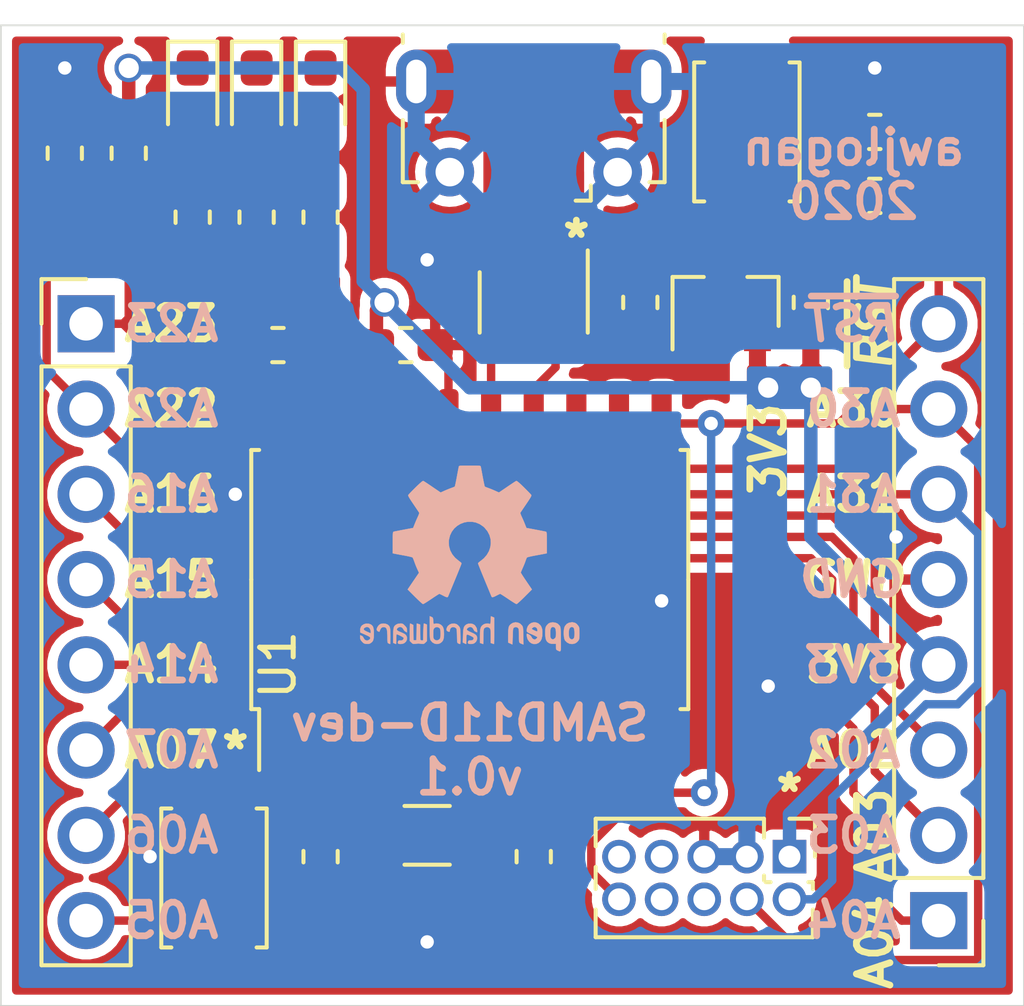
<source format=kicad_pcb>
(kicad_pcb (version 20171130) (host pcbnew 5.1.5-52549c5~84~ubuntu18.04.1)
  (layers (0 F.Cu signal) (31 B.Cu signal) (34 B.Paste user) (35 F.Paste user) (36 B.SilkS user) (37 F.SilkS user) (38 B.Mask user) (39 F.Mask user) (44 Edge.Cuts user))
  (net 0 "")
  (net 1 "Net-(C1-Pad1)")
  (net 2 GND)
  (net 3 "Net-(C2-Pad1)")
  (net 4 VBUS)
  (net 5 +3V3)
  (net 6 /PA03)
  (net 7 /PA04)
  (net 8 /PA02)
  (net 9 /PA31)
  (net 10 /PA30)
  (net 11 /~RST)
  (net 12 /USB_D-)
  (net 13 /USB_D+)
  (net 14 /PA05)
  (net 15 /PA06)
  (net 16 /PA07)
  (net 17 /PA14)
  (net 18 /PA15)
  (net 19 /PA16)
  (net 20 /PA22)
  (net 21 /PA23)
  (net 22 "Net-(D1-Pad2)")
  (net 23 "Net-(D2-Pad2)")
  (net 24 "Net-(D3-Pad2)")
  (net 25 /USB_ESD_D-)
  (net 26 /USB_ESD_D+)
  (net 27 "Net-(R6-Pad1)")
  (module Symbol:OSHW-Logo2_7.3x6mm_SilkScreen (layer B.Cu) (at 140.97 116.205 180)
    (fp_text reference REF** hide)
    (fp_text value OSHW-Logo2_7.3x6mm_SilkScreen hide)
  )
  (module Connector_USB:USB_Micro-B_Molex-105017-0001 (layer F.Cu) (at 142.875 103.24 180)
    (fp_text reference J2 hide)
    (fp_text value USB_B_Micro)
    (pad 6 smd rect (at -2.9 1.2375 180) (size 1.2 1.9) (layers F.Cu F.Mask) (net 2 GND))
    (pad 6 smd rect (at 2.9 1.2375 180) (size 1.2 1.9) (layers F.Cu F.Mask) (net 2 GND))
    (pad 6 thru_hole oval (at 3.5 1.2375 180) (size 1.2 1.9) (drill oval 0.6 1.3) (layers *.Cu *.Mask) (net 2 GND))
    (pad 6 thru_hole oval (at -3.5 1.2375) (size 1.2 1.9) (drill oval 0.6 1.3) (layers *.Cu *.Mask) (net 2 GND))
    (pad 6 smd rect (at -1 1.2375 180) (size 1.5 1.9) (layers F.Cu F.Paste F.Mask) (net 2 GND))
    (pad 6 thru_hole circle (at 2.5 -1.4625 180) (size 1.45 1.45) (drill 0.85) (layers *.Cu *.Mask) (net 2 GND))
    (pad 3 smd rect (at 0 -1.4625 180) (size 0.4 1.35) (layers F.Cu F.Paste F.Mask) (net 13 /USB_D+))
    (pad 4 smd rect (at 0.65 -1.4625 180) (size 0.4 1.35) (layers F.Cu F.Paste F.Mask))
    (pad 5 smd rect (at 1.3 -1.4625 180) (size 0.4 1.35) (layers F.Cu F.Paste F.Mask) (net 2 GND))
    (pad 1 smd rect (at -1.3 -1.4625 180) (size 0.4 1.35) (layers F.Cu F.Paste F.Mask) (net 4 VBUS))
    (pad 2 smd rect (at -0.65 -1.4625 180) (size 0.4 1.35) (layers F.Cu F.Paste F.Mask) (net 12 /USB_D-))
    (pad 6 thru_hole circle (at -2.5 -1.4625 180) (size 1.45 1.45) (drill 0.85) (layers *.Cu *.Mask) (net 2 GND))
    (pad 6 smd rect (at 1 1.2375 180) (size 1.5 1.9) (layers F.Cu F.Paste F.Mask) (net 2 GND))
  )
  (module Package_TO_SOT_SMD:SOT-23-6 (layer F.Cu) (at 142.875 108.585 270)
    (fp_text reference U4 hide)
    (fp_text value USBLC6-2SC6)
    (pad 5 smd rect (at 1.1 0 270) (size 1.06 0.65) (layers F.Cu F.Paste F.Mask) (net 4 VBUS))
    (pad 6 smd rect (at 1.1 -0.95 270) (size 1.06 0.65) (layers F.Cu F.Paste F.Mask) (net 25 /USB_ESD_D-))
    (pad 4 smd rect (at 1.1 0.95 270) (size 1.06 0.65) (layers F.Cu F.Paste F.Mask) (net 26 /USB_ESD_D+))
    (pad 3 smd rect (at -1.1 0.95 270) (size 1.06 0.65) (layers F.Cu F.Paste F.Mask) (net 13 /USB_D+))
    (pad 2 smd rect (at -1.1 0 270) (size 1.06 0.65) (layers F.Cu F.Paste F.Mask) (net 2 GND))
    (pad 1 smd rect (at -1.1 -0.95 270) (size 1.06 0.65) (layers F.Cu F.Paste F.Mask) (net 12 /USB_D-))
  )
  (module Package_SO:SOIC-20W_7.5x12.8mm_P1.27mm (layer F.Cu) (at 140.97 116.84 90)
    (fp_text reference U1 (at -2.54 -5.715 90) (layer F.SilkS))
    (fp_text value ATSAMD11D14A-SS)
    (pad 1 smd roundrect (at -4.65 -5.715 90) (size 2.05 0.6) (layers F.Cu F.Paste F.Mask) (net 14 /PA05))
    (pad 2 smd roundrect (at -4.65 -4.445 90) (size 2.05 0.6) (layers F.Cu F.Paste F.Mask) (net 15 /PA06))
    (pad 3 smd roundrect (at -4.65 -3.175 90) (size 2.05 0.6) (layers F.Cu F.Paste F.Mask) (net 16 /PA07))
    (pad 4 smd roundrect (at -4.65 -1.905 90) (size 2.05 0.6) (layers F.Cu F.Paste F.Mask) (net 1 "Net-(C1-Pad1)"))
    (pad 5 smd roundrect (at -4.65 -0.635 90) (size 2.05 0.6) (layers F.Cu F.Paste F.Mask) (net 3 "Net-(C2-Pad1)"))
    (pad 6 smd roundrect (at -4.65 0.635 90) (size 2.05 0.6) (layers F.Cu F.Paste F.Mask) (net 17 /PA14))
    (pad 7 smd roundrect (at -4.65 1.905 90) (size 2.05 0.6) (layers F.Cu F.Paste F.Mask) (net 18 /PA15))
    (pad 8 smd roundrect (at -4.65 3.175 90) (size 2.05 0.6) (layers F.Cu F.Paste F.Mask) (net 19 /PA16))
    (pad 9 smd roundrect (at -4.65 4.445 90) (size 2.05 0.6) (layers F.Cu F.Paste F.Mask) (net 20 /PA22))
    (pad 10 smd roundrect (at -4.65 5.715 90) (size 2.05 0.6) (layers F.Cu F.Paste F.Mask) (net 21 /PA23))
    (pad 11 smd roundrect (at 4.65 5.715 90) (size 2.05 0.6) (layers F.Cu F.Paste F.Mask) (net 11 /~RST))
    (pad 12 smd roundrect (at 4.65 4.445 90) (size 2.05 0.6) (layers F.Cu F.Paste F.Mask) (net 10 /PA30))
    (pad 13 smd roundrect (at 4.65 3.175 90) (size 2.05 0.6) (layers F.Cu F.Paste F.Mask) (net 9 /PA31))
    (pad 14 smd roundrect (at 4.65 1.905 90) (size 2.05 0.6) (layers F.Cu F.Paste F.Mask) (net 25 /USB_ESD_D-))
    (pad 15 smd roundrect (at 4.65 0.635 90) (size 2.05 0.6) (layers F.Cu F.Paste F.Mask) (net 26 /USB_ESD_D+))
    (pad 16 smd roundrect (at 4.65 -0.635 90) (size 2.05 0.6) (layers F.Cu F.Paste F.Mask) (net 2 GND))
    (pad 17 smd roundrect (at 4.65 -1.905 90) (size 2.05 0.6) (layers F.Cu F.Paste F.Mask) (net 5 +3V3))
    (pad 18 smd roundrect (at 4.65 -3.175 90) (size 2.05 0.6) (layers F.Cu F.Paste F.Mask) (net 8 /PA02))
    (pad 19 smd roundrect (at 4.65 -4.445 90) (size 2.05 0.6) (layers F.Cu F.Paste F.Mask) (net 6 /PA03))
    (pad 20 smd roundrect (at 4.65 -5.715 90) (size 2.05 0.6) (layers F.Cu F.Paste F.Mask) (net 7 /PA04))
  )
  (module Crystal:Crystal_SMD_3215-2Pin_3.2x1.5mm (layer F.Cu) (at 139.7 124.46 180)
    (fp_text reference Y1 hide)
    (fp_text value "32.768 kHz")
    (pad 2 smd rect (at -1.25 0 180) (size 1 1.8) (layers F.Cu F.Paste F.Mask) (net 3 "Net-(C2-Pad1)"))
    (pad 1 smd rect (at 1.25 0 180) (size 1 1.8) (layers F.Cu F.Paste F.Mask) (net 1 "Net-(C1-Pad1)"))
  )
  (module Capacitor_SMD:C_0603_1608Metric_Pad1.05x0.95mm_HandSolder (layer F.Cu) (at 136.525 125.095 270)
    (fp_text reference C1 hide)
    (fp_text value 15p)
    (pad 1 smd roundrect (at -0.875 0 270) (size 1.05 0.95) (layers F.Cu F.Paste F.Mask) (net 1 "Net-(C1-Pad1)"))
    (pad 2 smd roundrect (at 0.875 0 270) (size 1.05 0.95) (layers F.Cu F.Paste F.Mask) (net 2 GND))
  )
  (module Capacitor_SMD:C_0603_1608Metric_Pad1.05x0.95mm_HandSolder (layer F.Cu) (at 142.875 125.095 270)
    (fp_text reference C2 hide)
    (fp_text value 15p)
    (pad 2 smd roundrect (at 0.875 0 270) (size 1.05 0.95) (layers F.Cu F.Paste F.Mask) (net 2 GND))
    (pad 1 smd roundrect (at -0.875 0 270) (size 1.05 0.95) (layers F.Cu F.Paste F.Mask) (net 3 "Net-(C2-Pad1)"))
  )
  (module Capacitor_SMD:C_0603_1608Metric_Pad1.05x0.95mm_HandSolder (layer F.Cu) (at 146.05 108.585 90)
    (fp_text reference C3 hide)
    (fp_text value 4u7)
    (pad 1 smd roundrect (at -0.875 0 90) (size 1.05 0.95) (layers F.Cu F.Paste F.Mask) (net 2 GND))
    (pad 2 smd roundrect (at 0.875 0 90) (size 1.05 0.95) (layers F.Cu F.Paste F.Mask) (net 4 VBUS))
  )
  (module Capacitor_SMD:C_0603_1608Metric_Pad1.05x0.95mm_HandSolder (layer F.Cu) (at 151.13 108.585 270)
    (fp_text reference C4 hide)
    (fp_text value 4u7)
    (pad 2 smd roundrect (at 0.875 0 270) (size 1.05 0.95) (layers F.Cu F.Paste F.Mask) (net 5 +3V3))
    (pad 1 smd roundrect (at -0.875 0 270) (size 1.05 0.95) (layers F.Cu F.Paste F.Mask) (net 2 GND))
  )
  (module Capacitor_SMD:C_0603_1608Metric_Pad1.05x0.95mm_HandSolder (layer F.Cu) (at 139.065 109.855 180)
    (fp_text reference C5 hide)
    (fp_text value 100n)
    (pad 1 smd roundrect (at -0.875 0 180) (size 1.05 0.95) (layers F.Cu F.Paste F.Mask) (net 2 GND))
    (pad 2 smd roundrect (at 0.875 0 180) (size 1.05 0.95) (layers F.Cu F.Paste F.Mask) (net 5 +3V3))
  )
  (module Capacitor_SMD:C_0603_1608Metric_Pad1.05x0.95mm_HandSolder (layer F.Cu) (at 135.255 109.855)
    (fp_text reference C6 hide)
    (fp_text value 100n)
    (pad 2 smd roundrect (at 0.875 0) (size 1.05 0.95) (layers F.Cu F.Paste F.Mask) (net 6 /PA03))
    (pad 1 smd roundrect (at -0.875 0) (size 1.05 0.95) (layers F.Cu F.Paste F.Mask) (net 2 GND))
  )
  (module LED_SMD:LED_0603_1608Metric_Pad1.05x0.95mm_HandSolder (layer F.Cu) (at 132.715 102.475 270)
    (fp_text reference D1 hide)
    (fp_text value LED)
    (pad 1 smd roundrect (at -0.875 0 270) (size 1.05 0.95) (layers F.Cu F.Paste F.Mask) (net 2 GND))
    (pad 2 smd roundrect (at 0.875 0 270) (size 1.05 0.95) (layers F.Cu F.Paste F.Mask) (net 22 "Net-(D1-Pad2)"))
  )
  (module LED_SMD:LED_0603_1608Metric_Pad1.05x0.95mm_HandSolder (layer F.Cu) (at 134.62 102.475 270)
    (fp_text reference D2 hide)
    (fp_text value LED)
    (pad 2 smd roundrect (at 0.875 0 270) (size 1.05 0.95) (layers F.Cu F.Paste F.Mask) (net 23 "Net-(D2-Pad2)"))
    (pad 1 smd roundrect (at -0.875 0 270) (size 1.05 0.95) (layers F.Cu F.Paste F.Mask) (net 2 GND))
  )
  (module LED_SMD:LED_0603_1608Metric_Pad1.05x0.95mm_HandSolder (layer F.Cu) (at 136.525 102.475 270)
    (fp_text reference D3 hide)
    (fp_text value LED)
    (pad 1 smd roundrect (at -0.875 0 270) (size 1.05 0.95) (layers F.Cu F.Paste F.Mask) (net 2 GND))
    (pad 2 smd roundrect (at 0.875 0 270) (size 1.05 0.95) (layers F.Cu F.Paste F.Mask) (net 24 "Net-(D3-Pad2)"))
  )
  (module Connector_PinHeader_1.27mm:PinHeader_2x05_P1.27mm_Vertical (layer F.Cu) (at 150.495 125.095 270)
    (fp_text reference J1 hide)
    (fp_text value Conn_02x05_Odd_Even)
    (pad 1 thru_hole rect (at 0 0 270) (size 1 1) (drill 0.65) (layers *.Cu *.Mask) (net 5 +3V3))
    (pad 2 thru_hole oval (at 1.27 0 270) (size 1 1) (drill 0.65) (layers *.Cu *.Mask) (net 9 /PA31))
    (pad 3 thru_hole oval (at 0 1.27 270) (size 1 1) (drill 0.65) (layers *.Cu *.Mask) (net 2 GND))
    (pad 4 thru_hole oval (at 1.27 1.27 270) (size 1 1) (drill 0.65) (layers *.Cu *.Mask) (net 10 /PA30))
    (pad 5 thru_hole oval (at 0 2.54 270) (size 1 1) (drill 0.65) (layers *.Cu *.Mask) (net 2 GND))
    (pad 6 thru_hole oval (at 1.27 2.54 270) (size 1 1) (drill 0.65) (layers *.Cu *.Mask))
    (pad 7 thru_hole oval (at 0 3.81 270) (size 1 1) (drill 0.65) (layers *.Cu *.Mask))
    (pad 8 thru_hole oval (at 1.27 3.81 270) (size 1 1) (drill 0.65) (layers *.Cu *.Mask))
    (pad 9 thru_hole oval (at 0 5.08 270) (size 1 1) (drill 0.65) (layers *.Cu *.Mask))
    (pad 10 thru_hole oval (at 1.27 5.08 270) (size 1 1) (drill 0.65) (layers *.Cu *.Mask) (net 11 /~RST))
  )
  (module Connector_PinHeader_2.54mm:PinHeader_1x08_P2.54mm_Vertical (layer F.Cu) (at 129.54 109.22)
    (fp_text reference J3 hide)
    (fp_text value Conn_01x08)
    (pad 8 thru_hole oval (at 0 17.78) (size 1.7 1.7) (drill 1) (layers *.Cu *.Mask) (net 14 /PA05))
    (pad 7 thru_hole oval (at 0 15.24) (size 1.7 1.7) (drill 1) (layers *.Cu *.Mask) (net 15 /PA06))
    (pad 6 thru_hole oval (at 0 12.7) (size 1.7 1.7) (drill 1) (layers *.Cu *.Mask) (net 16 /PA07))
    (pad 5 thru_hole oval (at 0 10.16) (size 1.7 1.7) (drill 1) (layers *.Cu *.Mask) (net 17 /PA14))
    (pad 4 thru_hole oval (at 0 7.62) (size 1.7 1.7) (drill 1) (layers *.Cu *.Mask) (net 18 /PA15))
    (pad 3 thru_hole oval (at 0 5.08) (size 1.7 1.7) (drill 1) (layers *.Cu *.Mask) (net 19 /PA16))
    (pad 2 thru_hole oval (at 0 2.54) (size 1.7 1.7) (drill 1) (layers *.Cu *.Mask) (net 20 /PA22))
    (pad 1 thru_hole rect (at 0 0) (size 1.7 1.7) (drill 1) (layers *.Cu *.Mask) (net 21 /PA23))
  )
  (module Connector_PinHeader_2.54mm:PinHeader_1x08_P2.54mm_Vertical (layer F.Cu) (at 154.94 127 180)
    (fp_text reference J4 hide)
    (fp_text value Conn_01x08)
    (pad 1 thru_hole rect (at 0 0 180) (size 1.7 1.7) (drill 1) (layers *.Cu *.Mask) (net 7 /PA04))
    (pad 2 thru_hole oval (at 0 2.54 180) (size 1.7 1.7) (drill 1) (layers *.Cu *.Mask) (net 6 /PA03))
    (pad 3 thru_hole oval (at 0 5.08 180) (size 1.7 1.7) (drill 1) (layers *.Cu *.Mask) (net 8 /PA02))
    (pad 4 thru_hole oval (at 0 7.62 180) (size 1.7 1.7) (drill 1) (layers *.Cu *.Mask) (net 5 +3V3))
    (pad 5 thru_hole oval (at 0 10.16 180) (size 1.7 1.7) (drill 1) (layers *.Cu *.Mask) (net 2 GND))
    (pad 6 thru_hole oval (at 0 12.7 180) (size 1.7 1.7) (drill 1) (layers *.Cu *.Mask) (net 9 /PA31))
    (pad 7 thru_hole oval (at 0 15.24 180) (size 1.7 1.7) (drill 1) (layers *.Cu *.Mask) (net 10 /PA30))
    (pad 8 thru_hole oval (at 0 17.78 180) (size 1.7 1.7) (drill 1) (layers *.Cu *.Mask) (net 11 /~RST))
  )
  (module Resistor_SMD:R_0603_1608Metric_Pad1.05x0.95mm_HandSolder (layer F.Cu) (at 128.905 104.14 90)
    (fp_text reference R1 hide)
    (fp_text value 4K7)
    (pad 1 smd roundrect (at -0.875 0 90) (size 1.05 0.95) (layers F.Cu F.Paste F.Mask) (net 20 /PA22))
    (pad 2 smd roundrect (at 0.875 0 90) (size 1.05 0.95) (layers F.Cu F.Paste F.Mask) (net 5 +3V3))
  )
  (module Resistor_SMD:R_0603_1608Metric_Pad1.05x0.95mm_HandSolder (layer F.Cu) (at 130.81 104.14 90)
    (fp_text reference R2 hide)
    (fp_text value 4K7)
    (pad 2 smd roundrect (at 0.875 0 90) (size 1.05 0.95) (layers F.Cu F.Paste F.Mask) (net 5 +3V3))
    (pad 1 smd roundrect (at -0.875 0 90) (size 1.05 0.95) (layers F.Cu F.Paste F.Mask) (net 21 /PA23))
  )
  (module Resistor_SMD:R_0603_1608Metric_Pad1.05x0.95mm_HandSolder (layer F.Cu) (at 132.715 106.045 90)
    (fp_text reference R3 hide)
    (fp_text value 180R)
    (pad 1 smd roundrect (at -0.875 0 90) (size 1.05 0.95) (layers F.Cu F.Paste F.Mask) (net 7 /PA04))
    (pad 2 smd roundrect (at 0.875 0 90) (size 1.05 0.95) (layers F.Cu F.Paste F.Mask) (net 22 "Net-(D1-Pad2)"))
  )
  (module Resistor_SMD:R_0603_1608Metric_Pad1.05x0.95mm_HandSolder (layer F.Cu) (at 134.62 106.045 90)
    (fp_text reference R4 hide)
    (fp_text value 180R)
    (pad 2 smd roundrect (at 0.875 0 90) (size 1.05 0.95) (layers F.Cu F.Paste F.Mask) (net 23 "Net-(D2-Pad2)"))
    (pad 1 smd roundrect (at -0.875 0 90) (size 1.05 0.95) (layers F.Cu F.Paste F.Mask) (net 6 /PA03))
  )
  (module Resistor_SMD:R_0603_1608Metric_Pad1.05x0.95mm_HandSolder (layer F.Cu) (at 136.525 106.045 90)
    (fp_text reference R5 hide)
    (fp_text value 180R)
    (pad 1 smd roundrect (at -0.875 0 90) (size 1.05 0.95) (layers F.Cu F.Paste F.Mask) (net 8 /PA02))
    (pad 2 smd roundrect (at 0.875 0 90) (size 1.05 0.95) (layers F.Cu F.Paste F.Mask) (net 24 "Net-(D3-Pad2)"))
  )
  (module Button_Switch_SMD:SW_Push_SPST_NO_Alps_SKRK (layer F.Cu) (at 149.225 103.505 90)
    (fp_text reference SW1 hide)
    (fp_text value SW_Push)
    (pad 2 smd roundrect (at 2.1 0 90) (size 0.8 2) (layers F.Cu F.Paste F.Mask) (net 2 GND))
    (pad 1 smd roundrect (at -2.1 0 90) (size 0.8 2) (layers F.Cu F.Paste F.Mask) (net 27 "Net-(R6-Pad1)"))
  )
  (module Button_Switch_SMD:SW_Push_SPST_NO_Alps_SKRK (layer F.Cu) (at 133.35 125.73 270)
    (fp_text reference SW2 hide)
    (fp_text value SW_Push)
    (pad 1 smd roundrect (at -2.1 0 270) (size 0.8 2) (layers F.Cu F.Paste F.Mask) (net 14 /PA05))
    (pad 2 smd roundrect (at 2.1 0 270) (size 0.8 2) (layers F.Cu F.Paste F.Mask) (net 2 GND))
  )
  (module Package_TO_SOT_SMD:SOT-23 (layer F.Cu) (at 148.59 108.585 90)
    (fp_text reference U3 hide)
    (fp_text value MCP1700-3302E_SOT23)
    (pad 1 smd rect (at -1 -0.95 90) (size 0.9 0.8) (layers F.Cu F.Paste F.Mask) (net 2 GND))
    (pad 2 smd rect (at -1 0.95 90) (size 0.9 0.8) (layers F.Cu F.Paste F.Mask) (net 5 +3V3))
    (pad 3 smd rect (at 1 0 90) (size 0.9 0.8) (layers F.Cu F.Paste F.Mask) (net 4 VBUS))
  )
  (module Capacitor_SMD:C_0603_1608Metric_Pad1.05x0.95mm_HandSolder (layer F.Cu) (at 153.035 103.505)
    (fp_text reference C7 hide)
    (fp_text value 100n)
    (pad 1 smd roundrect (at -0.875 0) (size 1.05 0.95) (layers F.Cu F.Paste F.Mask) (net 2 GND))
    (pad 2 smd roundrect (at 0.875 0) (size 1.05 0.95) (layers F.Cu F.Paste F.Mask) (net 11 /~RST))
  )
  (module Resistor_SMD:R_0603_1608Metric_Pad1.05x0.95mm_HandSolder (layer F.Cu) (at 153.035 105.41)
    (fp_text reference R6 hide)
    (fp_text value 330R)
    (pad 1 smd roundrect (at -0.875 0) (size 1.05 0.95) (layers F.Cu F.Paste F.Mask) (net 27 "Net-(R6-Pad1)"))
    (pad 2 smd roundrect (at 0.875 0) (size 1.05 0.95) (layers F.Cu F.Paste F.Mask) (net 11 /~RST))
  )
  (gr_text "SAMD11D-dev\nv0.1" (at 140.97 121.92) (layer B.SilkS) (effects (font (size 1 1) (thickness 0.2)) (justify mirror)))
  (gr_text * (at 144.145 106.68) (layer F.SilkS) (effects (font (size 1 1) (thickness 0.2))))
  (gr_text * (at 150.495 123.19) (layer F.SilkS) (effects (font (size 1 1) (thickness 0.2))))
  (gr_text * (at 133.985 121.92) (layer F.SilkS) (effects (font (size 1 1) (thickness 0.2))))
  (gr_text A04 (at 153.035 127.635 90) (layer F.SilkS) (effects (font (size 1 1) (thickness 0.2))))
  (gr_text A03 (at 153.035 124.46 90) (layer F.SilkS) (effects (font (size 1 1) (thickness 0.2))))
  (gr_text "awjlogan\n2020" (at 152.4 104.775) (layer B.SilkS) (effects (font (size 1 1) (thickness 0.2)) (justify mirror)))
  (gr_text ~RST (at 153.035 109.22 90) (layer F.SilkS) (effects (font (size 1 1) (thickness 0.2) italic)))
  (gr_text A30 (at 152.4 111.76) (layer F.SilkS) (effects (font (size 1 1) (thickness 0.2))))
  (gr_text A31 (at 152.4 114.3) (layer F.SilkS) (effects (font (size 1 1) (thickness 0.2))))
  (gr_text GND (at 152.4 116.84) (layer F.SilkS) (effects (font (size 1 1) (thickness 0.2) italic)))
  (gr_text 3V3 (at 152.4 119.38) (layer F.SilkS) (effects (font (size 1 1) (thickness 0.2) italic)))
  (gr_text A02 (at 152.4 121.92) (layer F.SilkS) (effects (font (size 1 1) (thickness 0.2))))
  (gr_text A23 (at 132.08 109.22) (layer F.SilkS) (effects (font (size 1 1) (thickness 0.2))))
  (gr_text A22 (at 132.08 111.76) (layer F.SilkS) (effects (font (size 1 1) (thickness 0.2))))
  (gr_text A16 (at 132.08 114.3) (layer F.SilkS) (effects (font (size 1 1) (thickness 0.2))))
  (gr_text A15 (at 132.08 116.84) (layer F.SilkS) (effects (font (size 1 1) (thickness 0.2))))
  (gr_text A14 (at 132.08 119.38) (layer F.SilkS) (effects (font (size 1 1) (thickness 0.2))))
  (gr_text A07 (at 132.08 121.92) (layer F.SilkS) (effects (font (size 1 1) (thickness 0.2))))
  (gr_text 3V3 (at 149.86 113.03 90) (layer F.SilkS) (effects (font (size 1 1) (thickness 0.2) italic)))
  (gr_text A23 (at 132.08 109.22) (layer B.SilkS) (effects (font (size 1 1) (thickness 0.2)) (justify mirror)))
  (gr_text A22 (at 132.08 111.76) (layer B.SilkS) (effects (font (size 1 1) (thickness 0.2)) (justify mirror)))
  (gr_text A16 (at 132.08 114.3) (layer B.SilkS) (effects (font (size 1 1) (thickness 0.2)) (justify mirror)))
  (gr_text A15 (at 132.08 116.84) (layer B.SilkS) (effects (font (size 1 1) (thickness 0.2)) (justify mirror)))
  (gr_text A14 (at 132.08 119.38) (layer B.SilkS) (effects (font (size 1 1) (thickness 0.2)) (justify mirror)))
  (gr_text A07 (at 132.08 121.92) (layer B.SilkS) (effects (font (size 1 1) (thickness 0.2)) (justify mirror)))
  (gr_text A06 (at 132.08 124.46) (layer B.SilkS) (effects (font (size 1 1) (thickness 0.2)) (justify mirror)))
  (gr_text A05 (at 132.08 127) (layer B.SilkS) (effects (font (size 1 1) (thickness 0.2)) (justify mirror)))
  (gr_text A04 (at 152.4 127) (layer B.SilkS) (effects (font (size 1 1) (thickness 0.2)) (justify mirror)))
  (gr_text A03 (at 152.4 124.46) (layer B.SilkS) (effects (font (size 1 1) (thickness 0.2)) (justify mirror)))
  (gr_text A02 (at 152.4 121.92) (layer B.SilkS) (effects (font (size 1 1) (thickness 0.2)) (justify mirror)))
  (gr_text 3V3 (at 152.4 119.38) (layer B.SilkS) (effects (font (size 1 1) (thickness 0.2) italic) (justify mirror)))
  (gr_text GND (at 152.4 116.84) (layer B.SilkS) (effects (font (size 1 1) (thickness 0.2) italic) (justify mirror)))
  (gr_text A31 (at 152.4 114.3) (layer B.SilkS) (effects (font (size 1 1) (thickness 0.2)) (justify mirror)))
  (gr_text A30 (at 152.4 111.76) (layer B.SilkS) (effects (font (size 1 1) (thickness 0.2)) (justify mirror)))
  (gr_text ~RST (at 152.4 109.22) (layer B.SilkS) (effects (font (size 1 1) (thickness 0.2) italic) (justify mirror)))
  (gr_line (start 127 129.54) (end 127 109.22) (layer Edge.Cuts) (width 0.05))
  (gr_line (start 157.48 109.22) (end 157.48 100.33) (layer Edge.Cuts) (width 0.05))
  (gr_line (start 127 109.22) (end 127 100.33) (layer Edge.Cuts) (width 0.05))
  (gr_line (start 157.48 129.54) (end 127 129.54) (layer Edge.Cuts) (width 0.05))
  (gr_line (start 157.48 109.22) (end 157.48 129.54) (layer Edge.Cuts) (width 0.05))
  (gr_line (start 127 100.33) (end 157.48 100.33) (layer Edge.Cuts) (width 0.05))
  (segment (start 138.45 123.31) (end 139.065 122.695) (width 0.25) (layer F.Cu) (net 1))
  (segment (start 138.45 124.46) (end 138.45 123.31) (width 0.25) (layer F.Cu) (net 1))
  (segment (start 139.065 122.695) (end 139.065 121.49) (width 0.25) (layer F.Cu) (net 1))
  (segment (start 136.765 124.46) (end 136.525 124.22) (width 0.25) (layer F.Cu) (net 1))
  (segment (start 138.45 124.46) (end 136.765 124.46) (width 0.25) (layer F.Cu) (net 1))
  (segment (start 140.335 110.25) (end 139.94 109.855) (width 0.25) (layer F.Cu) (net 2))
  (segment (start 140.335 112.19) (end 140.335 110.25) (width 0.25) (layer F.Cu) (net 2))
  (segment (start 142.875 107.485) (end 142.875 107.95) (width 0.25) (layer F.Cu) (net 2))
  (segment (start 142.875 107.95) (end 142.24 108.585) (width 0.25) (layer F.Cu) (net 2))
  (via (at 153.67 115.57) (size 0.8) (drill 0.4) (layers F.Cu B.Cu) (net 2))
  (via (at 149.86 120.015) (size 0.8) (drill 0.4) (layers F.Cu B.Cu) (net 2))
  (via (at 146.685 117.475) (size 0.8) (drill 0.4) (layers F.Cu B.Cu) (net 2))
  (via (at 133.985 114.3) (size 0.8) (drill 0.4) (layers F.Cu B.Cu) (net 2))
  (via (at 153.035 101.6) (size 0.8) (drill 0.4) (layers F.Cu B.Cu) (net 2))
  (via (at 139.7 127.635) (size 0.8) (drill 0.4) (layers F.Cu B.Cu) (net 2))
  (via (at 131.445 125.095) (size 0.8) (drill 0.4) (layers F.Cu B.Cu) (net 2))
  (via (at 139.7 107.315) (size 0.8) (drill 0.4) (layers F.Cu B.Cu) (net 2))
  (via (at 128.905 101.6) (size 0.8) (drill 0.4) (layers F.Cu B.Cu) (net 2))
  (segment (start 140.335 121.49) (end 140.335 122.555) (width 0.25) (layer F.Cu) (net 3))
  (segment (start 140.95 123.17) (end 140.95 124.46) (width 0.25) (layer F.Cu) (net 3))
  (segment (start 140.335 122.555) (end 140.95 123.17) (width 0.25) (layer F.Cu) (net 3))
  (segment (start 142.635 124.46) (end 142.875 124.22) (width 0.25) (layer F.Cu) (net 3))
  (segment (start 140.95 124.46) (end 142.635 124.46) (width 0.25) (layer F.Cu) (net 3))
  (segment (start 148.465 107.71) (end 148.59 107.585) (width 0.4) (layer F.Cu) (net 4))
  (segment (start 146.05 107.71) (end 148.465 107.71) (width 0.4) (layer F.Cu) (net 4))
  (segment (start 146.05 106.68) (end 146.05 107.71) (width 0.4) (layer F.Cu) (net 4))
  (segment (start 145.924999 106.554999) (end 146.05 106.68) (width 0.4) (layer F.Cu) (net 4))
  (segment (start 142.875 108.755) (end 143.045 108.585) (width 0.3) (layer F.Cu) (net 4))
  (segment (start 142.875 109.685) (end 142.875 108.755) (width 0.3) (layer F.Cu) (net 4))
  (segment (start 144.905001 107.980001) (end 144.300002 108.585) (width 0.3) (layer F.Cu) (net 4))
  (segment (start 144.905001 106.554999) (end 145.924999 106.554999) (width 0.4) (layer F.Cu) (net 4))
  (segment (start 144.905001 106.554999) (end 144.905001 107.980001) (width 0.3) (layer F.Cu) (net 4))
  (segment (start 144.300002 108.585) (end 143.045 108.585) (width 0.3) (layer F.Cu) (net 4))
  (segment (start 144.175 105.824998) (end 144.175 104.7025) (width 0.4) (layer F.Cu) (net 4))
  (segment (start 144.905001 106.554999) (end 144.175 105.824998) (width 0.4) (layer F.Cu) (net 4))
  (via (at 138.43 108.585) (size 0.85) (drill 0.6) (layers F.Cu B.Cu) (net 5))
  (via (at 130.81 101.6) (size 0.85) (drill 0.6) (layers F.Cu B.Cu) (net 5))
  (via (at 149.86 111.125) (size 0.85) (drill 0.6) (layers F.Cu B.Cu) (net 5))
  (via (at 151.13 111.125) (size 0.85) (drill 0.6) (layers F.Cu B.Cu) (net 5))
  (segment (start 128.905 103.265) (end 130.81 103.265) (width 0.25) (layer F.Cu) (net 5))
  (segment (start 149.665 109.46) (end 149.54 109.585) (width 0.4) (layer F.Cu) (net 5))
  (segment (start 151.13 109.46) (end 149.665 109.46) (width 0.4) (layer F.Cu) (net 5))
  (segment (start 150.495 123.825) (end 154.94 119.38) (width 0.4) (layer B.Cu) (net 5))
  (segment (start 150.495 125.095) (end 150.495 123.825) (width 0.4) (layer B.Cu) (net 5))
  (segment (start 139.065 110.73) (end 139.065 112.19) (width 0.4) (layer F.Cu) (net 5))
  (segment (start 138.19 109.855) (end 139.065 110.73) (width 0.4) (layer F.Cu) (net 5))
  (segment (start 149.54 110.805) (end 149.86 111.125) (width 0.4) (layer F.Cu) (net 5))
  (segment (start 149.54 109.585) (end 149.54 110.805) (width 0.4) (layer F.Cu) (net 5))
  (segment (start 151.13 115.57) (end 154.94 119.38) (width 0.4) (layer B.Cu) (net 5))
  (segment (start 151.13 111.125) (end 151.13 115.57) (width 0.4) (layer B.Cu) (net 5))
  (segment (start 138.19 108.825) (end 138.43 108.585) (width 0.4) (layer F.Cu) (net 5))
  (segment (start 138.19 109.855) (end 138.19 108.825) (width 0.4) (layer F.Cu) (net 5))
  (segment (start 130.81 101.6) (end 130.81 103.265) (width 0.4) (layer F.Cu) (net 5))
  (segment (start 130.81 101.6) (end 137.16 101.6) (width 0.4) (layer B.Cu) (net 5))
  (segment (start 137.16 101.6) (end 137.795 102.235) (width 0.4) (layer B.Cu) (net 5))
  (segment (start 137.795 107.95) (end 138.43 108.585) (width 0.4) (layer B.Cu) (net 5))
  (segment (start 137.795 102.235) (end 137.795 107.95) (width 0.4) (layer B.Cu) (net 5))
  (segment (start 151.13 111.125) (end 149.86 111.125) (width 0.4) (layer B.Cu) (net 5))
  (segment (start 140.97 111.125) (end 138.43 108.585) (width 0.4) (layer B.Cu) (net 5))
  (segment (start 149.86 111.125) (end 140.97 111.125) (width 0.4) (layer B.Cu) (net 5))
  (segment (start 153.035 122.555) (end 154.94 124.46) (width 0.25) (layer F.Cu) (net 6))
  (segment (start 152.584991 120.201401) (end 153.035 120.65141) (width 0.25) (layer F.Cu) (net 6))
  (segment (start 152.58499 120.19999) (end 152.584991 120.201401) (width 0.25) (layer F.Cu) (net 6))
  (segment (start 152.399798 120.014798) (end 152.58499 120.19999) (width 0.25) (layer F.Cu) (net 6))
  (segment (start 136.525 113.665) (end 137.795 114.935) (width 0.25) (layer F.Cu) (net 6))
  (segment (start 136.525 112.19) (end 136.525 113.665) (width 0.25) (layer F.Cu) (net 6))
  (segment (start 143.51 115.57) (end 151.764798 115.57) (width 0.25) (layer F.Cu) (net 6))
  (segment (start 152.399798 116.205) (end 152.399798 120.014798) (width 0.25) (layer F.Cu) (net 6))
  (segment (start 137.795 114.935) (end 142.875 114.935) (width 0.25) (layer F.Cu) (net 6))
  (segment (start 153.035 120.65141) (end 153.035 122.555) (width 0.25) (layer F.Cu) (net 6))
  (segment (start 142.875 114.935) (end 143.51 115.57) (width 0.25) (layer F.Cu) (net 6))
  (segment (start 151.764798 115.57) (end 152.399798 116.205) (width 0.25) (layer F.Cu) (net 6))
  (segment (start 136.13 109.855) (end 136.13 109.38) (width 0.25) (layer F.Cu) (net 6))
  (segment (start 136.525 110.25) (end 136.13 109.855) (width 0.25) (layer F.Cu) (net 6))
  (segment (start 136.525 112.19) (end 136.525 110.25) (width 0.25) (layer F.Cu) (net 6))
  (segment (start 136.13 109.855) (end 136.13 108.825) (width 0.25) (layer F.Cu) (net 6))
  (segment (start 136.13 108.825) (end 135.89 108.585) (width 0.25) (layer F.Cu) (net 6))
  (segment (start 135.89 108.585) (end 135.255 108.585) (width 0.25) (layer F.Cu) (net 6))
  (segment (start 134.62 107.95) (end 134.62 106.92) (width 0.25) (layer F.Cu) (net 6))
  (segment (start 135.255 108.585) (end 134.62 107.95) (width 0.25) (layer F.Cu) (net 6))
  (segment (start 153.84 127) (end 154.94 127) (width 0.25) (layer F.Cu) (net 7))
  (segment (start 153.035 126.195) (end 153.84 127) (width 0.25) (layer F.Cu) (net 7))
  (segment (start 153.035 123.825) (end 153.035 126.195) (width 0.25) (layer F.Cu) (net 7))
  (segment (start 152.4 121.285) (end 152.4 123.19) (width 0.25) (layer F.Cu) (net 7))
  (segment (start 151.765 116.84) (end 151.765 120.65) (width 0.25) (layer F.Cu) (net 7))
  (segment (start 152.4 123.19) (end 153.035 123.825) (width 0.25) (layer F.Cu) (net 7))
  (segment (start 135.255 112.19) (end 135.255 113.665) (width 0.25) (layer F.Cu) (net 7))
  (segment (start 137.16 115.57) (end 142.87359 115.57) (width 0.25) (layer F.Cu) (net 7))
  (segment (start 135.255 113.665) (end 137.16 115.57) (width 0.25) (layer F.Cu) (net 7))
  (segment (start 142.87359 115.57) (end 143.50859 116.205) (width 0.25) (layer F.Cu) (net 7))
  (segment (start 151.765 120.65) (end 152.4 121.285) (width 0.25) (layer F.Cu) (net 7))
  (segment (start 143.50859 116.205) (end 151.13 116.205) (width 0.25) (layer F.Cu) (net 7))
  (segment (start 151.13 116.205) (end 151.765 116.84) (width 0.25) (layer F.Cu) (net 7))
  (segment (start 135.255 112.19) (end 132.715 109.65) (width 0.25) (layer F.Cu) (net 7))
  (segment (start 132.715 109.65) (end 132.715 106.92) (width 0.25) (layer F.Cu) (net 7))
  (segment (start 153.035 120.015) (end 154.94 121.92) (width 0.25) (layer F.Cu) (net 8))
  (segment (start 153.035 116.20359) (end 153.035 120.015) (width 0.25) (layer F.Cu) (net 8))
  (segment (start 152.13639 115.30498) (end 153.035 116.20359) (width 0.25) (layer F.Cu) (net 8))
  (segment (start 137.795 112.19) (end 137.795 113.665) (width 0.25) (layer F.Cu) (net 8))
  (segment (start 137.795 113.665) (end 138.43 114.3) (width 0.25) (layer F.Cu) (net 8))
  (segment (start 138.43 114.3) (end 143.51 114.3) (width 0.25) (layer F.Cu) (net 8))
  (segment (start 144.145 114.935) (end 151.765 114.935) (width 0.25) (layer F.Cu) (net 8))
  (segment (start 143.51 114.3) (end 144.145 114.935) (width 0.25) (layer F.Cu) (net 8))
  (segment (start 151.765 114.935) (end 152.13639 115.30498) (width 0.25) (layer F.Cu) (net 8))
  (segment (start 136.98001 107.90001) (end 136.98001 110.31001) (width 0.25) (layer F.Cu) (net 8))
  (segment (start 136.525 106.92) (end 136.525 107.445) (width 0.25) (layer F.Cu) (net 8))
  (segment (start 136.525 107.445) (end 136.98001 107.90001) (width 0.25) (layer F.Cu) (net 8))
  (segment (start 137.795 111.125) (end 137.795 112.19) (width 0.25) (layer F.Cu) (net 8))
  (segment (start 136.98001 110.31001) (end 137.795 111.125) (width 0.25) (layer F.Cu) (net 8))
  (segment (start 144.145 112.19) (end 144.145 113.665) (width 0.25) (layer F.Cu) (net 9))
  (segment (start 144.78 114.3) (end 154.94 114.3) (width 0.25) (layer F.Cu) (net 9))
  (segment (start 144.145 113.665) (end 144.78 114.3) (width 0.25) (layer F.Cu) (net 9))
  (segment (start 156.115001 119.944001) (end 156.115001 115.475001) (width 0.25) (layer B.Cu) (net 9))
  (segment (start 151.202106 126.365) (end 151.765 125.802106) (width 0.25) (layer B.Cu) (net 9))
  (segment (start 155.789999 115.149999) (end 154.94 114.3) (width 0.25) (layer B.Cu) (net 9))
  (segment (start 150.495 126.365) (end 151.202106 126.365) (width 0.25) (layer B.Cu) (net 9))
  (segment (start 151.765 125.802106) (end 151.765 123.355998) (width 0.25) (layer B.Cu) (net 9))
  (segment (start 156.115001 115.475001) (end 155.789999 115.149999) (width 0.25) (layer B.Cu) (net 9))
  (segment (start 151.765 123.355998) (end 154.565997 120.555001) (width 0.25) (layer B.Cu) (net 9))
  (segment (start 155.504001 120.555001) (end 156.115001 119.944001) (width 0.25) (layer B.Cu) (net 9))
  (segment (start 154.565997 120.555001) (end 155.504001 120.555001) (width 0.25) (layer B.Cu) (net 9))
  (segment (start 153.67 111.76) (end 154.94 111.76) (width 0.25) (layer F.Cu) (net 10))
  (segment (start 145.415 113.215) (end 145.74001 113.54001) (width 0.25) (layer F.Cu) (net 10))
  (segment (start 145.415 112.19) (end 145.415 113.215) (width 0.25) (layer F.Cu) (net 10))
  (segment (start 153.035 113.03) (end 153.035 112.395) (width 0.25) (layer F.Cu) (net 10))
  (segment (start 145.74001 113.54001) (end 152.52499 113.54001) (width 0.25) (layer F.Cu) (net 10))
  (segment (start 152.52499 113.54001) (end 153.035 113.03) (width 0.25) (layer F.Cu) (net 10))
  (segment (start 153.035 112.395) (end 153.67 111.76) (width 0.25) (layer F.Cu) (net 10))
  (segment (start 156.115001 112.935001) (end 155.789999 112.609999) (width 0.25) (layer F.Cu) (net 10))
  (segment (start 155.789999 112.609999) (end 154.94 111.76) (width 0.25) (layer F.Cu) (net 10))
  (segment (start 156.115001 128.110001) (end 156.115001 112.935001) (width 0.25) (layer F.Cu) (net 10))
  (segment (start 156.050001 128.175001) (end 156.115001 128.110001) (width 0.25) (layer F.Cu) (net 10))
  (segment (start 151.035001 128.175001) (end 156.050001 128.175001) (width 0.25) (layer F.Cu) (net 10))
  (segment (start 149.225 126.365) (end 151.035001 128.175001) (width 0.25) (layer F.Cu) (net 10))
  (via (at 147.955 123.19) (size 0.8) (drill 0.4) (layers F.Cu B.Cu) (net 11))
  (segment (start 151.97 112.19) (end 154.94 109.22) (width 0.25) (layer F.Cu) (net 11))
  (segment (start 146.685 112.19) (end 148.16 112.19) (width 0.25) (layer F.Cu) (net 11))
  (segment (start 148.16 112.19) (end 151.97 112.19) (width 0.25) (layer F.Cu) (net 11))
  (via (at 148.16 112.19) (size 0.8) (drill 0.4) (layers F.Cu B.Cu) (net 11))
  (segment (start 148.16 122.985) (end 147.955 123.19) (width 0.25) (layer B.Cu) (net 11))
  (segment (start 148.16 112.19) (end 148.16 122.985) (width 0.25) (layer B.Cu) (net 11))
  (segment (start 144.589999 125.539999) (end 144.915001 125.865001) (width 0.25) (layer F.Cu) (net 11))
  (segment (start 146.098998 123.19) (end 144.589999 124.698999) (width 0.25) (layer F.Cu) (net 11))
  (segment (start 144.915001 125.865001) (end 145.415 126.365) (width 0.25) (layer F.Cu) (net 11))
  (segment (start 144.589999 124.698999) (end 144.589999 125.539999) (width 0.25) (layer F.Cu) (net 11))
  (segment (start 147.955 123.19) (end 146.098998 123.19) (width 0.25) (layer F.Cu) (net 11))
  (segment (start 153.91 105.41) (end 153.91 103.505) (width 0.25) (layer F.Cu) (net 11))
  (segment (start 154.94 109.22) (end 154.94 107.315) (width 0.25) (layer F.Cu) (net 11))
  (segment (start 153.91 106.285) (end 153.91 105.41) (width 0.25) (layer F.Cu) (net 11))
  (segment (start 154.94 107.315) (end 153.91 106.285) (width 0.25) (layer F.Cu) (net 11))
  (segment (start 143.525 105.6275) (end 143.525 104.7025) (width 0.25) (layer F.Cu) (net 12))
  (segment (start 143.525 106.405) (end 143.525 105.6275) (width 0.25) (layer F.Cu) (net 12))
  (segment (start 143.825 106.705) (end 143.525 106.405) (width 0.25) (layer F.Cu) (net 12))
  (segment (start 143.825 107.485) (end 143.825 106.705) (width 0.25) (layer F.Cu) (net 12))
  (segment (start 142.875 105.6275) (end 142.875 104.7025) (width 0.25) (layer F.Cu) (net 13))
  (segment (start 142.224999 106.277501) (end 142.875 105.6275) (width 0.25) (layer F.Cu) (net 13))
  (segment (start 142.224999 107.330001) (end 142.224999 106.277501) (width 0.25) (layer F.Cu) (net 13))
  (segment (start 142.07 107.485) (end 142.224999 107.330001) (width 0.25) (layer F.Cu) (net 13))
  (segment (start 141.925 107.485) (end 142.07 107.485) (width 0.25) (layer F.Cu) (net 13))
  (segment (start 133.35 123.63) (end 134.815 123.63) (width 0.25) (layer F.Cu) (net 14))
  (segment (start 135.255 123.19) (end 135.255 121.49) (width 0.25) (layer F.Cu) (net 14))
  (segment (start 134.815 123.63) (end 135.255 123.19) (width 0.25) (layer F.Cu) (net 14))
  (segment (start 129.54 127) (end 131.445 127) (width 0.25) (layer F.Cu) (net 14))
  (segment (start 133.35 125.095) (end 133.35 123.63) (width 0.25) (layer F.Cu) (net 14))
  (segment (start 131.445 127) (end 133.35 125.095) (width 0.25) (layer F.Cu) (net 14))
  (segment (start 136.525 120.465) (end 136.19999 120.13999) (width 0.25) (layer F.Cu) (net 15))
  (segment (start 136.525 121.49) (end 136.525 120.465) (width 0.25) (layer F.Cu) (net 15))
  (segment (start 136.19999 120.13999) (end 134.49642 120.13999) (width 0.25) (layer F.Cu) (net 15))
  (segment (start 134.49642 120.13999) (end 134.35639 120.28002) (width 0.25) (layer F.Cu) (net 15))
  (segment (start 134.35639 120.28002) (end 131.81498 120.28002) (width 0.25) (layer F.Cu) (net 15))
  (segment (start 131.81498 120.28002) (end 131.445 120.65) (width 0.25) (layer F.Cu) (net 15))
  (segment (start 131.445 122.555) (end 129.54 124.46) (width 0.25) (layer F.Cu) (net 15))
  (segment (start 131.445 120.65) (end 131.445 122.555) (width 0.25) (layer F.Cu) (net 15))
  (segment (start 137.019981 119.689981) (end 134.310019 119.689981) (width 0.25) (layer F.Cu) (net 16))
  (segment (start 137.795 121.49) (end 137.795 120.465) (width 0.25) (layer F.Cu) (net 16))
  (segment (start 137.795 120.465) (end 137.019981 119.689981) (width 0.25) (layer F.Cu) (net 16))
  (segment (start 134.310019 119.689981) (end 134.16999 119.83001) (width 0.25) (layer F.Cu) (net 16))
  (segment (start 130.389999 121.070001) (end 129.54 121.92) (width 0.25) (layer F.Cu) (net 16))
  (segment (start 130.389999 121.068591) (end 130.389999 121.070001) (width 0.25) (layer F.Cu) (net 16))
  (segment (start 131.628579 119.830011) (end 130.389999 121.068591) (width 0.25) (layer F.Cu) (net 16))
  (segment (start 134.16999 119.83001) (end 131.628579 119.830011) (width 0.25) (layer F.Cu) (net 16))
  (segment (start 141.605 121.49) (end 141.605 120.015) (width 0.25) (layer F.Cu) (net 17))
  (segment (start 140.97 119.38) (end 137.34641 119.38) (width 0.25) (layer F.Cu) (net 17))
  (segment (start 133.98359 119.38) (end 129.54 119.38) (width 0.25) (layer F.Cu) (net 17))
  (segment (start 137.34641 119.38) (end 137.206381 119.239971) (width 0.25) (layer F.Cu) (net 17))
  (segment (start 137.206381 119.239971) (end 134.123619 119.239971) (width 0.25) (layer F.Cu) (net 17))
  (segment (start 141.605 120.015) (end 140.97 119.38) (width 0.25) (layer F.Cu) (net 17))
  (segment (start 134.123619 119.239971) (end 133.98359 119.38) (width 0.25) (layer F.Cu) (net 17))
  (segment (start 131.445 118.745) (end 129.54 116.84) (width 0.25) (layer F.Cu) (net 18))
  (segment (start 142.875 121.49) (end 142.875 120.015) (width 0.25) (layer F.Cu) (net 18))
  (segment (start 141.605 118.745) (end 131.445 118.745) (width 0.25) (layer F.Cu) (net 18))
  (segment (start 142.875 120.015) (end 141.605 118.745) (width 0.25) (layer F.Cu) (net 18))
  (segment (start 144.145 121.49) (end 144.145 120.015) (width 0.25) (layer F.Cu) (net 19))
  (segment (start 144.145 120.015) (end 142.24 118.11) (width 0.25) (layer F.Cu) (net 19))
  (segment (start 142.24 118.11) (end 132.08 118.11) (width 0.25) (layer F.Cu) (net 19))
  (segment (start 132.08 118.11) (end 131.445 117.475) (width 0.25) (layer F.Cu) (net 19))
  (segment (start 131.445 116.205) (end 129.54 114.3) (width 0.25) (layer F.Cu) (net 19))
  (segment (start 131.445 117.475) (end 131.445 116.205) (width 0.25) (layer F.Cu) (net 19))
  (segment (start 145.415 120.015) (end 145.415 121.49) (width 0.25) (layer F.Cu) (net 20))
  (segment (start 142.875 117.475) (end 145.415 120.015) (width 0.25) (layer F.Cu) (net 20))
  (segment (start 129.54 111.76) (end 131.445 113.665) (width 0.25) (layer F.Cu) (net 20))
  (segment (start 132.08 116.84) (end 132.715 117.475) (width 0.25) (layer F.Cu) (net 20))
  (segment (start 131.445 113.665) (end 131.445 114.935) (width 0.25) (layer F.Cu) (net 20))
  (segment (start 131.445 114.935) (end 132.08 115.57) (width 0.25) (layer F.Cu) (net 20))
  (segment (start 132.08 115.57) (end 132.08 116.84) (width 0.25) (layer F.Cu) (net 20))
  (segment (start 132.715 117.475) (end 142.875 117.475) (width 0.25) (layer F.Cu) (net 20))
  (segment (start 128.364999 110.584999) (end 128.364999 106.585001) (width 0.25) (layer F.Cu) (net 20))
  (segment (start 129.54 111.76) (end 128.364999 110.584999) (width 0.25) (layer F.Cu) (net 20))
  (segment (start 128.905 106.045) (end 128.905 105.015) (width 0.25) (layer F.Cu) (net 20))
  (segment (start 128.364999 106.585001) (end 128.905 106.045) (width 0.25) (layer F.Cu) (net 20))
  (segment (start 130.64 109.22) (end 129.54 109.22) (width 0.25) (layer F.Cu) (net 21))
  (segment (start 130.81 109.05) (end 130.64 109.22) (width 0.25) (layer F.Cu) (net 21))
  (segment (start 130.81 105.015) (end 130.81 109.05) (width 0.25) (layer F.Cu) (net 21))
  (segment (start 146.685 120.015) (end 146.685 121.49) (width 0.25) (layer F.Cu) (net 21))
  (segment (start 133.35 116.84) (end 143.51 116.84) (width 0.25) (layer F.Cu) (net 21))
  (segment (start 132.715 116.205) (end 133.35 116.84) (width 0.25) (layer F.Cu) (net 21))
  (segment (start 131.445 110.025) (end 131.445 112.395) (width 0.25) (layer F.Cu) (net 21))
  (segment (start 130.64 109.22) (end 131.445 110.025) (width 0.25) (layer F.Cu) (net 21))
  (segment (start 131.445 112.395) (end 132.08 113.03) (width 0.25) (layer F.Cu) (net 21))
  (segment (start 143.51 116.84) (end 146.685 120.015) (width 0.25) (layer F.Cu) (net 21))
  (segment (start 132.08 113.03) (end 132.08 114.93359) (width 0.25) (layer F.Cu) (net 21))
  (segment (start 132.08 114.93359) (end 132.715 115.56859) (width 0.25) (layer F.Cu) (net 21))
  (segment (start 132.715 115.56859) (end 132.715 116.205) (width 0.25) (layer F.Cu) (net 21))
  (segment (start 132.715 103.35) (end 132.715 105.17) (width 0.25) (layer F.Cu) (net 22))
  (segment (start 134.62 103.35) (end 134.62 105.17) (width 0.25) (layer F.Cu) (net 23))
  (segment (start 136.525 103.35) (end 136.525 105.17) (width 0.25) (layer F.Cu) (net 24))
  (segment (start 142.875 111.165) (end 142.875 112.19) (width 0.25) (layer F.Cu) (net 25))
  (segment (start 143.525001 110.514999) (end 142.875 111.165) (width 0.25) (layer F.Cu) (net 25))
  (segment (start 143.525001 109.839999) (end 143.525001 110.514999) (width 0.25) (layer F.Cu) (net 25))
  (segment (start 143.68 109.685) (end 143.525001 109.839999) (width 0.25) (layer F.Cu) (net 25))
  (segment (start 143.825 109.685) (end 143.68 109.685) (width 0.25) (layer F.Cu) (net 25))
  (segment (start 141.605 110.005) (end 141.925 109.685) (width 0.25) (layer F.Cu) (net 26))
  (segment (start 141.605 112.19) (end 141.605 110.005) (width 0.25) (layer F.Cu) (net 26))
  (segment (start 151.965 105.605) (end 152.16 105.41) (width 0.25) (layer F.Cu) (net 27))
  (segment (start 149.225 105.605) (end 151.965 105.605) (width 0.25) (layer F.Cu) (net 27))
  (zone (net 2) (net_name GND) (layer F.Cu) (connect_pads (clearance 0.308)) (min_thickness 0.254) (fill yes (arc_segments 32) (thermal_gap 0.308) (thermal_bridge_width 0.308))
    (polygon (pts (xy 157.48 129.54) (xy 127 129.54) (xy 127 100.33) (xy 157.48 100.33)))
  )
  (zone (net 2) (net_name GND) (layer B.Cu) (connect_pads (clearance 0.508)) (min_thickness 0.254) (fill yes (arc_segments 32) (thermal_gap 0.508) (thermal_bridge_width 0.508))
    (polygon (pts (xy 157.48 129.54) (xy 127 129.54) (xy 127 100.33) (xy 157.48 100.33)))
  )
  (zone (net 5) (net_name +3V3) (layer B.Cu) (priority 1) (connect_pads (clearance 0.508)) (min_thickness 0.254) (fill yes (arc_segments 32) (thermal_gap 0.508) (thermal_bridge_width 0.508))
    (polygon (pts (xy 151.765 111.76) (xy 149.225 111.76) (xy 149.225 110.49) (xy 151.765 110.49)))
  )
  (zone (net 5) (net_name +3V3) (layer F.Cu) (priority 1) (connect_pads (clearance 0.508)) (min_thickness 0.254) (fill yes (arc_segments 32) (thermal_gap 0.508) (thermal_bridge_width 0.508))
    (polygon (pts (xy 151.765 111.76) (xy 149.225 111.76) (xy 149.225 109.22) (xy 151.765 109.22)))
  )
)
</source>
